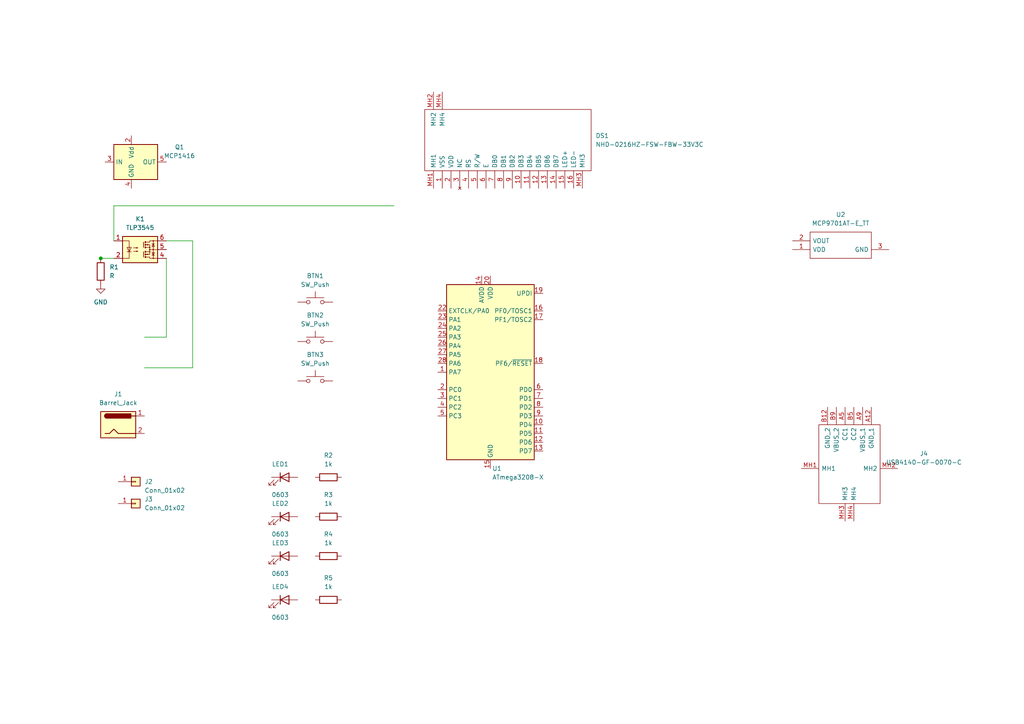
<source format=kicad_sch>
(kicad_sch (version 20211123) (generator eeschema)
  (paper "A4")
  (lib_symbols
    (symbol "Connector:Barrel_Jack" (pin_names (offset 1.016))
      (property "Reference" "J" (at 0 5.334 0))
      (property "Value" "Barrel_Jack" (at 0 -5.08 0))
      (symbol "Barrel_Jack_0_1"
        (rectangle (start -5.08 3.81) (end 5.08 -3.81) (stroke (width 0.254)) (fill (type background)))
        (arc (start -3.302 3.175) (mid -3.937 2.54) (end -3.302 1.905) (stroke (width 0.254)))
        (arc (start -3.302 3.175) (mid -3.937 2.54) (end -3.302 1.905) (stroke (width 0.254)) (fill (type outline)))
        (polyline (pts (xy 5.08 2.54) (xy 3.81 2.54)) (stroke (width 0.254)))
        (polyline (pts (xy -3.81 -2.54) (xy -2.54 -2.54) (xy -1.27 -1.27) (xy 0 -2.54) (xy 2.54 -2.54) (xy 5.08 -2.54)) (stroke (width 0.254)))
        (rectangle (start 3.683 3.175) (end -3.302 1.905) (stroke (width 0.254)) (fill (type outline)))
      )
      (symbol "Barrel_Jack_1_1"
        (pin passive line (at 7.62 2.54 180) (length 2.54) (name "~") (number "1"))
        (pin passive line (at 7.62 -2.54 180) (length 2.54) (name "~") (number "2"))
      )
    )
    (symbol "Connector_Generic:Conn_01x01" (pin_names (offset 1.016) hide)
      (property "Reference" "J" (at 0 2.54 0))
      (property "Value" "Conn_01x01" (at 0 -2.54 0))
      (symbol "Conn_01x01_1_1"
        (rectangle (start -1.27 0.127) (end 0 -0.127) (stroke (width 0.1524)))
        (rectangle (start -1.27 1.27) (end 1.27 -1.27) (stroke (width 0.254)) (fill (type background)))
        (pin passive line (at -5.08 0 0) (length 3.81) (name "Pin_1") (number "1"))
      )
    )
    (symbol "Device:LED" (pin_numbers hide) (pin_names (offset 1.016) hide)
      (property "Reference" "D" (at 0 2.54 0))
      (property "Value" "LED" (at 0 -2.54 0))
      (symbol "LED_0_1"
        (polyline (pts (xy -1.27 -1.27) (xy -1.27 1.27)) (stroke (width 0.254)))
        (polyline (pts (xy -1.27 0) (xy 1.27 0)))
        (polyline (pts (xy 1.27 -1.27) (xy 1.27 1.27) (xy -1.27 0) (xy 1.27 -1.27)) (stroke (width 0.254)))
        (polyline (pts (xy -3.048 -0.762) (xy -4.572 -2.286) (xy -3.81 -2.286) (xy -4.572 -2.286) (xy -4.572 -1.524)))
        (polyline (pts (xy -1.778 -0.762) (xy -3.302 -2.286) (xy -2.54 -2.286) (xy -3.302 -2.286) (xy -3.302 -1.524)))
      )
      (symbol "LED_1_1"
        (pin passive line (at -3.81 0 0) (length 2.54) (name "K") (number "1"))
        (pin passive line (at 3.81 0 180) (length 2.54) (name "A") (number "2"))
      )
    )
    (symbol "Device:R" (pin_numbers hide) (pin_names (offset 0))
      (property "Reference" "R" (at 2.032 0 90))
      (property "Value" "R" (at 0 0 90))
      (symbol "R_0_1"
        (rectangle (start -1.016 -2.54) (end 1.016 2.54) (stroke (width 0.254)))
      )
      (symbol "R_1_1"
        (pin passive line (at 0 3.81 270) (length 1.27) (name "~") (number "1"))
        (pin passive line (at 0 -3.81 90) (length 1.27) (name "~") (number "2"))
      )
    )
    (symbol "Driver_FET:MCP1416"
      (property "Reference" "U" (at -5.08 6.35 0))
      (property "Value" "MCP1416" (at 1.27 6.35 0))
      (symbol "MCP1416_0_1"
        (rectangle (start -5.08 5.08) (end 7.62 -5.08) (stroke (width 0.254)) (fill (type background)))
      )
      (symbol "MCP1416_1_1"
        (pin no_connect line (at 7.62 -2.54 180) (length 2.54) hide (name "NC") (number "1"))
        (pin power_in line (at 0 7.62 270) (length 2.54) (name "Vdd") (number "2"))
        (pin input line (at -7.62 0 0) (length 2.54) (name "IN") (number "3"))
        (pin power_in line (at 0 -7.62 90) (length 2.54) (name "GND") (number "4"))
        (pin output line (at 10.16 0 180) (length 2.54) (name "OUT") (number "5"))
      )
    )
    (symbol "MCU_Microchip_ATmega:ATmega3208-X"
      (property "Reference" "U" (at -12.7 26.67 0))
      (property "Value" "ATmega3208-X" (at 2.54 -26.67 0))
      (symbol "ATmega3208-X_0_1"
        (rectangle (start -12.7 -25.4) (end 12.7 25.4) (stroke (width 0.254)) (fill (type background)))
      )
      (symbol "ATmega3208-X_1_1"
        (pin bidirectional line (at 15.24 0 180) (length 2.54) (name "PA7") (number "1"))
        (pin bidirectional line (at -15.24 -15.24 0) (length 2.54) (name "PD4") (number "10"))
        (pin bidirectional line (at -15.24 -17.78 0) (length 2.54) (name "PD5") (number "11"))
        (pin bidirectional line (at -15.24 -20.32 0) (length 2.54) (name "PD6") (number "12"))
        (pin bidirectional line (at -15.24 -22.86 0) (length 2.54) (name "PD7") (number "13"))
        (pin power_in line (at 2.54 27.94 270) (length 2.54) (name "AVDD") (number "14"))
        (pin power_in line (at 0 -27.94 90) (length 2.54) (name "GND") (number "15"))
        (pin bidirectional line (at -15.24 17.78 0) (length 2.54) (name "PF0/TOSC1") (number "16"))
        (pin bidirectional line (at -15.24 15.24 0) (length 2.54) (name "PF1/TOSC2") (number "17"))
        (pin bidirectional line (at -15.24 2.54 0) (length 2.54) (name "PF6/~{RESET}") (number "18"))
        (pin bidirectional line (at -15.24 22.86 0) (length 2.54) (name "UPDI") (number "19"))
        (pin bidirectional line (at 15.24 -5.08 180) (length 2.54) (name "PC0") (number "2"))
        (pin power_in line (at 0 27.94 270) (length 2.54) (name "VDD") (number "20"))
        (pin passive line (at 0 -27.94 90) (length 2.54) hide (name "GND") (number "21"))
        (pin bidirectional line (at 15.24 17.78 180) (length 2.54) (name "EXTCLK/PA0") (number "22"))
        (pin bidirectional line (at 15.24 15.24 180) (length 2.54) (name "PA1") (number "23"))
        (pin bidirectional line (at 15.24 12.7 180) (length 2.54) (name "PA2") (number "24"))
        (pin bidirectional line (at 15.24 10.16 180) (length 2.54) (name "PA3") (number "25"))
        (pin bidirectional line (at 15.24 7.62 180) (length 2.54) (name "PA4") (number "26"))
        (pin bidirectional line (at 15.24 5.08 180) (length 2.54) (name "PA5") (number "27"))
        (pin bidirectional line (at 15.24 2.54 180) (length 2.54) (name "PA6") (number "28"))
        (pin bidirectional line (at 15.24 -7.62 180) (length 2.54) (name "PC1") (number "3"))
        (pin bidirectional line (at 15.24 -10.16 180) (length 2.54) (name "PC2") (number "4"))
        (pin bidirectional line (at 15.24 -12.7 180) (length 2.54) (name "PC3") (number "5"))
        (pin bidirectional line (at -15.24 -5.08 0) (length 2.54) (name "PD0") (number "6"))
        (pin bidirectional line (at -15.24 -7.62 0) (length 2.54) (name "PD1") (number "7"))
        (pin bidirectional line (at -15.24 -10.16 0) (length 2.54) (name "PD2") (number "8"))
        (pin bidirectional line (at -15.24 -12.7 0) (length 2.54) (name "PD3") (number "9"))
      )
    )
    (symbol "Relay_SolidState:TLP3545"
      (property "Reference" "U" (at -3.81 5.08 0))
      (property "Value" "TLP3545" (at -1.27 -5.08 0))
      (symbol "TLP3545_0_1"
        (rectangle (start -5.08 3.81) (end 5.08 -3.81) (stroke (width 0.254)) (fill (type background)))
        (polyline (pts (xy -3.81 -0.635) (xy -2.54 -0.635)))
        (polyline (pts (xy 1.016 -0.635) (xy 1.016 -2.159)) (stroke (width 0.2032)))
        (polyline (pts (xy 1.016 2.159) (xy 1.016 0.635)) (stroke (width 0.2032)))
        (polyline (pts (xy 1.524 -0.508) (xy 1.524 -0.762)) (stroke (width 0.3556)))
        (polyline (pts (xy 2.794 0) (xy 5.08 0)))
        (polyline (pts (xy 3.429 -1.651) (xy 4.191 -1.651)))
        (polyline (pts (xy 3.429 1.651) (xy 4.191 1.651)))
        (polyline (pts (xy 3.81 -2.54) (xy 3.81 2.54)))
        (polyline (pts (xy 1.524 -2.032) (xy 1.524 -2.286) (xy 1.524 -2.286)) (stroke (width 0.3556)))
        (polyline (pts (xy 1.524 -1.27) (xy 1.524 -1.524) (xy 1.524 -1.524)) (stroke (width 0.3556)))
        (polyline (pts (xy 1.524 0.762) (xy 1.524 0.508) (xy 1.524 0.508)) (stroke (width 0.3556)))
        (polyline (pts (xy 1.524 1.524) (xy 1.524 1.27) (xy 1.524 1.27)) (stroke (width 0.3556)))
        (polyline (pts (xy 1.524 2.286) (xy 1.524 2.032) (xy 1.524 2.032)) (stroke (width 0.3556)))
        (polyline (pts (xy 1.651 -1.397) (xy 2.794 -1.397) (xy 2.794 -0.635)))
        (polyline (pts (xy 1.651 1.397) (xy 2.794 1.397) (xy 2.794 0.635)))
        (polyline (pts (xy -5.08 2.54) (xy -3.175 2.54) (xy -3.175 -2.54) (xy -5.08 -2.54)))
        (polyline (pts (xy -3.175 -0.635) (xy -3.81 0.635) (xy -2.54 0.635) (xy -3.175 -0.635)))
        (polyline (pts (xy 1.651 -2.159) (xy 2.794 -2.159) (xy 2.794 -2.54) (xy 5.08 -2.54)))
        (polyline (pts (xy 1.651 -0.635) (xy 2.794 -0.635) (xy 2.794 0.635) (xy 1.651 0.635)))
        (polyline (pts (xy 1.651 2.159) (xy 2.794 2.159) (xy 2.794 2.54) (xy 5.08 2.54)))
        (polyline (pts (xy 1.778 -1.397) (xy 2.286 -1.27) (xy 2.286 -1.524) (xy 1.778 -1.397)))
        (polyline (pts (xy 1.778 1.397) (xy 2.286 1.524) (xy 2.286 1.27) (xy 1.778 1.397)))
        (polyline (pts (xy 3.81 -1.651) (xy 3.429 -0.889) (xy 4.191 -0.889) (xy 3.81 -1.651)))
        (polyline (pts (xy 3.81 1.651) (xy 3.429 0.889) (xy 4.191 0.889) (xy 3.81 1.651)))
        (polyline (pts (xy -1.905 -0.508) (xy -0.635 -0.508) (xy -1.016 -0.635) (xy -1.016 -0.381) (xy -0.635 -0.508)))
        (polyline (pts (xy -1.905 0.508) (xy -0.635 0.508) (xy -1.016 0.381) (xy -1.016 0.635) (xy -0.635 0.508)))
        (circle (center 2.794 -0.635) (radius 0.127))
        (circle (center 2.794 0) (radius 0.127))
        (circle (center 2.794 0.635) (radius 0.127))
        (circle (center 3.81 -2.54) (radius 0.127))
        (circle (center 3.81 0) (radius 0.127))
        (circle (center 3.81 2.54) (radius 0.127))
      )
      (symbol "TLP3545_1_1"
        (pin passive line (at -7.62 2.54 0) (length 2.54) (name "~") (number "1"))
        (pin passive line (at -7.62 -2.54 0) (length 2.54) (name "~") (number "2"))
        (pin no_connect line (at -5.08 0 0) (length 2.54) hide (name "~") (number "3"))
        (pin passive line (at 7.62 -2.54 180) (length 2.54) (name "~") (number "4"))
        (pin passive line (at 7.62 0 180) (length 2.54) (name "~") (number "5"))
        (pin passive line (at 7.62 2.54 180) (length 2.54) (name "~") (number "6"))
      )
    )
    (symbol "SamacSys:MCP9701AT-E_TT" (pin_names (offset 0.762))
      (property "Reference" "IC" (at 24.13 7.62 0))
      (property "Value" "MCP9701AT-E_TT" (at 24.13 5.08 0))
      (symbol "MCP9701AT-E_TT_0_0"
        (pin passive line (at 0 0 0) (length 5.08) (name "VDD") (number "1"))
        (pin passive line (at 0 -2.54 0) (length 5.08) (name "VOUT") (number "2"))
        (pin passive line (at 27.94 0 180) (length 5.08) (name "GND") (number "3"))
      )
      (symbol "MCP9701AT-E_TT_0_1"
        (polyline (pts (xy 5.08 2.54) (xy 22.86 2.54) (xy 22.86 -5.08) (xy 5.08 -5.08) (xy 5.08 2.54)) (stroke (width 0.1524)))
      )
    )
    (symbol "SamacSys:NHD-0216HZ-FSW-FBW-33V3C" (pin_names (offset 0.762))
      (property "Reference" "DS" (at 24.13 7.62 0))
      (property "Value" "NHD-0216HZ-FSW-FBW-33V3C" (at 24.13 5.08 0))
      (symbol "NHD-0216HZ-FSW-FBW-33V3C_0_0"
        (pin passive line (at 0 -2.54 0) (length 5.08) (name "VSS") (number "1"))
        (pin passive line (at 0 -25.4 0) (length 5.08) (name "DB3") (number "10"))
        (pin passive line (at 0 -27.94 0) (length 5.08) (name "DB4") (number "11"))
        (pin passive line (at 0 -30.48 0) (length 5.08) (name "DB5") (number "12"))
        (pin passive line (at 0 -33.02 0) (length 5.08) (name "DB6") (number "13"))
        (pin passive line (at 0 -35.56 0) (length 5.08) (name "DB7") (number "14"))
        (pin passive line (at 0 -38.1 0) (length 5.08) (name "LED+") (number "15"))
        (pin passive line (at 0 -40.64 0) (length 5.08) (name "LED-") (number "16"))
        (pin passive line (at 0 -5.08 0) (length 5.08) (name "VDD") (number "2"))
        (pin no_connect line (at 0 -7.62 0) (length 5.08) (name "NC") (number "3"))
        (pin passive line (at 0 -10.16 0) (length 5.08) (name "RS") (number "4"))
        (pin passive line (at 0 -12.7 0) (length 5.08) (name "R/W") (number "5"))
        (pin passive line (at 0 -15.24 0) (length 5.08) (name "E") (number "6"))
        (pin passive line (at 0 -17.78 0) (length 5.08) (name "DB0") (number "7"))
        (pin passive line (at 0 -20.32 0) (length 5.08) (name "DB1") (number "8"))
        (pin passive line (at 0 -22.86 0) (length 5.08) (name "DB2") (number "9"))
        (pin passive line (at 0 0 0) (length 5.08) (name "MH1") (number "MH1"))
        (pin passive line (at 27.94 0 180) (length 5.08) (name "MH2") (number "MH2"))
        (pin passive line (at 0 -43.18 0) (length 5.08) (name "MH3") (number "MH3"))
        (pin passive line (at 27.94 -2.54 180) (length 5.08) (name "MH4") (number "MH4"))
      )
      (symbol "NHD-0216HZ-FSW-FBW-33V3C_0_1"
        (polyline (pts (xy 5.08 2.54) (xy 22.86 2.54) (xy 22.86 -45.72) (xy 5.08 -45.72) (xy 5.08 2.54)) (stroke (width 0.1524)))
      )
    )
    (symbol "SamacSys:USB4140-GF-0070-C" (pin_names (offset 0.762))
      (property "Reference" "J" (at 24.13 17.78 0))
      (property "Value" "USB4140-GF-0070-C" (at 24.13 15.24 0))
      (symbol "USB4140-GF-0070-C_0_0"
        (pin passive line (at 20.32 17.78 270) (length 5.08) (name "GND_1") (number "A12"))
        (pin passive line (at 12.7 17.78 270) (length 5.08) (name "CC1") (number "A5"))
        (pin passive line (at 17.78 17.78 270) (length 5.08) (name "VBUS_1") (number "A9"))
        (pin passive line (at 7.62 17.78 270) (length 5.08) (name "GND_2") (number "B12"))
        (pin passive line (at 15.24 17.78 270) (length 5.08) (name "CC2") (number "B5"))
        (pin passive line (at 10.16 17.78 270) (length 5.08) (name "VBUS_2") (number "B9"))
        (pin passive line (at 0 0 0) (length 5.08) (name "MH1") (number "MH1"))
        (pin passive line (at 27.94 0 180) (length 5.08) (name "MH2") (number "MH2"))
        (pin passive line (at 12.7 -15.24 90) (length 5.08) (name "MH3") (number "MH3"))
        (pin passive line (at 15.24 -15.24 90) (length 5.08) (name "MH4") (number "MH4"))
      )
      (symbol "USB4140-GF-0070-C_0_1"
        (polyline (pts (xy 5.08 12.7) (xy 22.86 12.7) (xy 22.86 -10.16) (xy 5.08 -10.16) (xy 5.08 12.7)) (stroke (width 0.1524)))
      )
    )
    (symbol "Switch:SW_Push" (pin_numbers hide) (pin_names (offset 1.016) hide)
      (property "Reference" "SW" (at 1.27 2.54 0))
      (property "Value" "SW_Push" (at 0 -1.524 0))
      (symbol "SW_Push_0_1"
        (circle (center -2.032 0) (radius 0.508))
        (polyline (pts (xy 0 1.27) (xy 0 3.048)))
        (polyline (pts (xy 2.54 1.27) (xy -2.54 1.27)))
        (circle (center 2.032 0) (radius 0.508))
        (pin passive line (at -5.08 0 0) (length 2.54) (name "1") (number "1"))
        (pin passive line (at 5.08 0 180) (length 2.54) (name "2") (number "2"))
      )
    )
    (symbol "power:GND" (power) (pin_names (offset 0))
      (property "Value" "GND" (at 0 -3.81 0))
      (symbol "GND_0_1"
        (polyline (pts (xy 0 0) (xy 0 -1.27) (xy 1.27 -1.27) (xy 0 -2.54) (xy -1.27 -1.27) (xy 0 -1.27)))
      )
      (symbol "GND_1_1"
        (pin power_in line (at 0 0 270) (length 0) hide (name "GND") (number "1"))
      )
    )
  )
  (junction (at 29.21 74.93))
  (wire (pts (xy 55.88 69.85) (xy 55.88 106.68)))
  (wire (pts (xy 48.26 97.79) (xy 41.91 97.79)))
  (wire (pts (xy 48.26 69.85) (xy 55.88 69.85)))
  (wire (pts (xy 33.02 74.93) (xy 29.21 74.93)))
  (wire (pts (xy 55.88 106.68) (xy 41.91 106.68)))
  (wire (pts (xy 29.21 74.93) (xy 29.21 76.2)))
  (wire (pts (xy 33.02 59.69) (xy 114.3 59.69)))
  (wire (pts (xy 33.02 69.85) (xy 33.02 59.69)))
  (wire (pts (xy 48.26 74.93) (xy 48.26 97.79)))
  (symbol (lib_id "Device:LED") (at 82.55 161.29 0) (unit 1)
    (property "Reference" "LED3" (at 81.28 157.48 0))
    (property "Value" "0603" (at 81.28 166.37 0))
    (property "Footprint" "LED_THT:LED_D3.0mm" (effects hide))
  )
  (symbol (lib_id "power:GND") (at 29.21 82.55 0) (unit 1)
    (property "Reference" "#PWR01" (effects hide))
    (property "Value" "GND" (at 29.21 87.63 0))
  )
  (symbol (lib_id "Relay_SolidState:TLP3545") (at 40.64 72.39 0) (unit 1)
    (property "Reference" "K1" (at 40.64 63.5 0))
    (property "Value" "TLP3545" (at 40.64 66.04 0))
    (property "Footprint" "Package_DIP:DIP-6_W7.62mm" (effects hide))
    (property "Datasheet" "https://toshiba.semicon-storage.com/info/docget.jsp?did=12663&prodName=TLP3545" (effects hide))
  )
  (symbol (lib_id "Device:R") (at 95.25 161.29 90) (unit 1)
    (property "Reference" "R4" (at 95.25 154.94 90))
    (property "Value" "1k" (at 95.25 157.48 90))
    (property "Footprint" "Resistor_SMD:R_0603_1608Metric_Pad0.98x0.95mm_HandSolder" (effects hide))
  )
  (symbol (lib_id "Driver_FET:MCP1416") (at 38.1 46.99 0) (unit 1)
    (property "Reference" "Q1" (at 52.07 42.6593 0))
    (property "Value" "MCP1416" (at 52.07 45.1993 0))
    (property "Footprint" "Package_TO_SOT_SMD:SOT-23-5" (effects hide))
    (property "Datasheet" "http://ww1.microchip.com/downloads/en/DeviceDoc/20002092F.pdf" (effects hide))
  )
  (symbol (lib_id "Switch:SW_Push") (at 91.44 99.06 0) (unit 1)
    (property "Reference" "BTN2" (at 91.44 91.44 0))
    (property "Value" "SW_Push" (at 91.44 93.98 0))
    (property "Footprint" "Button_Switch_THT:SW_PUSH_6mm" (effects hide))
  )
  (symbol (lib_id "Device:R") (at 95.25 138.43 90) (unit 1)
    (property "Reference" "R2" (at 95.25 132.08 90))
    (property "Value" "1k" (at 95.25 134.62 90))
    (property "Footprint" "Resistor_SMD:R_0603_1608Metric_Pad0.98x0.95mm_HandSolder" (effects hide))
  )
  (symbol (lib_id "Switch:SW_Push") (at 91.44 110.49 0) (unit 1)
    (property "Reference" "BTN3" (at 91.44 102.87 0))
    (property "Value" "SW_Push" (at 91.44 105.41 0))
    (property "Footprint" "Button_Switch_THT:SW_PUSH_6mm" (effects hide))
  )
  (symbol (lib_id "Device:R") (at 95.25 173.99 90) (unit 1)
    (property "Reference" "R5" (at 95.25 167.64 90))
    (property "Value" "1k" (at 95.25 170.18 90))
    (property "Footprint" "Resistor_SMD:R_0603_1608Metric_Pad0.98x0.95mm_HandSolder" (effects hide))
  )
  (symbol (lib_id "Device:R") (at 29.21 78.74 0) (unit 1)
    (property "Reference" "R1" (at 31.75 77.4699 0) (effects (justify left)))
    (property "Value" "R" (at 31.75 80.0099 0) (effects (justify left)))
  )
  (symbol (lib_id "Device:LED") (at 82.55 138.43 0) (unit 1)
    (property "Reference" "LED1" (at 81.28 134.62 0))
    (property "Value" "0603" (at 81.28 143.51 0))
    (property "Footprint" "LED_THT:LED_D3.0mm" (effects hide))
  )
  (symbol (lib_id "Connector:Barrel_Jack") (at 34.29 123.19 0) (unit 1)
    (property "Reference" "J1" (at 34.29 114.3 0))
    (property "Value" "Barrel_Jack" (at 34.29 116.84 0))
  )
  (symbol (lib_id "Device:LED") (at 82.55 173.99 0) (unit 1)
    (property "Reference" "LED4" (at 81.28 170.18 0))
    (property "Value" "0603" (at 81.28 179.07 0))
    (property "Footprint" "LED_THT:LED_D3.0mm" (effects hide))
  )
  (symbol (lib_id "Connector_Generic:Conn_01x01") (at 39.37 139.7 0) (unit 1)
    (property "Reference" "J2" (at 41.91 139.6999 0) (effects (justify left)))
    (property "Value" "Conn_01x02" (at 41.91 142.2399 0) (effects (justify left)))
    (property "Footprint" "Connector_Pin:Pin_D1.3mm_L11.0mm_LooseFit" (effects hide))
  )
  (symbol (lib_id "Switch:SW_Push") (at 91.44 87.63 0) (unit 1)
    (property "Reference" "BTN1" (at 91.44 80.01 0))
    (property "Value" "SW_Push" (at 91.44 82.55 0))
    (property "Footprint" "Button_Switch_THT:SW_PUSH_6mm" (effects hide))
  )
  (symbol (lib_id "Device:R") (at 95.25 149.86 90) (unit 1)
    (property "Reference" "R3" (at 95.25 143.51 90))
    (property "Value" "1k" (at 95.25 146.05 90))
    (property "Footprint" "Resistor_SMD:R_0603_1608Metric_Pad0.98x0.95mm_HandSolder" (effects hide))
  )
  (symbol (lib_id "MCU_Microchip_ATmega:ATmega3208-X") (at 142.24 107.95 0) (mirror y) (unit 1)
    (property "Reference" "U1" (at 142.7606 135.89 0) (effects (justify right)))
    (property "Value" "ATmega3208-X" (at 142.7606 138.43 0) (effects (justify right)))
    (property "Footprint" "Package_SO:SSOP-28_5.3x10.2mm_P0.65mm" (effects hide))
    (property "Datasheet" "http://ww1.microchip.com/downloads/en/DeviceDoc/40002018A.pdf" (effects hide))
  )
  (symbol (lib_id "SamacSys:NHD-0216HZ-FSW-FBW-33V3C") (at 125.73 54.61 90) (unit 1)
    (property "Reference" "DS1" (at 172.72 39.3699 90) (effects (justify right)))
    (property "Value" "NHD-0216HZ-FSW-FBW-33V3C" (at 172.72 41.9099 90) (effects (justify right)))
    (property "Footprint" "SamacSys:NHD0216HZFSWFBW33V3C" (effects hide))
    (property "Datasheet" "https://datasheet.datasheetarchive.com/originals/distributors/DKDS-17/332304.pdf" (effects hide))
    (property "Description" "LCD Character Display Modules & Accessories FSTN-Wht Transfl 65.5 x 36.7" (effects hide))
    (property "Height" "10.7" (effects hide))
    (property "Manufacturer_Name" "Newhaven Display" (effects hide))
    (property "Manufacturer_Part_Number" "NHD-0216HZ-FSW-FBW-33V3C" (effects hide))
    (property "Mouser Part Number" "763-0216HZFSWFBW33V3" (effects hide))
    (property "Mouser Price/Stock" "https://www.mouser.co.uk/ProductDetail/Newhaven-Display/NHD-0216HZ-FSW-FBW-33V3C?qs=G49gCGQm93iabzPa0D6qJA%3D%3D" (effects hide))
  )
  (symbol (lib_id "Device:LED") (at 82.55 149.86 0) (unit 1)
    (property "Reference" "LED2" (at 81.28 146.05 0))
    (property "Value" "0603" (at 81.28 154.94 0))
    (property "Footprint" "LED_THT:LED_D3.0mm" (effects hide))
  )
  (symbol (lib_id "Connector_Generic:Conn_01x01") (at 39.37 146.05 0) (unit 1)
    (property "Reference" "J3" (at 41.91 144.7799 0) (effects (justify left)))
    (property "Value" "Conn_01x02" (at 41.91 147.3199 0) (effects (justify left)))
    (property "Footprint" "Connector_Pin:Pin_D1.3mm_L11.0mm_LooseFit" (effects hide))
  )
  (symbol (lib_id "SamacSys:USB4140-GF-0070-C") (at 232.41 135.89 0) (unit 1)
    (property "Reference" "J4" (at 267.97 131.5593 0))
    (property "Value" "USB4140-GF-0070-C" (at 267.97 134.0993 0))
    (property "Footprint" "SamacSys:USB4140GF0070C" (effects hide))
    (property "Datasheet" "https://gct.co/files/drawings/usb4140.pdf?v=497efcde-01c1-4614-ade4-1b2d7a03c886" (effects hide))
    (property "Description" "USB Connectors USB C Rec GF Vert 6P SMT 0.7mm TH stakes H 6.5mm" (effects hide))
    (property "Height" "6.7" (effects hide))
    (property "Mouser Part Number" "640-USB4140-GF-0070C" (effects hide))
    (property "Mouser Price/Stock" "https://www.mouser.co.uk/ProductDetail/GCT/USB4140-GF-0070-C?qs=Li%252BoUPsLEnvSB5aSpvSBUA%3D%3D" (effects hide))
    (property "Manufacturer_Name" "GCT (GLOBAL CONNECTOR TECHNOLOGY)" (effects hide))
    (property "Manufacturer_Part_Number" "USB4140-GF-0070-C" (effects hide))
  )
  (symbol (lib_id "SamacSys:MCP9701AT-E_TT") (at 229.87 72.39 0) (mirror x) (unit 1)
    (property "Reference" "U2" (at 243.84 62.23 0))
    (property "Value" "MCP9701AT-E_TT" (at 243.84 64.77 0))
    (property "Footprint" "SamacSys:SOT95P237X112-3N" (effects hide))
    (property "Datasheet" "http://ww1.microchip.com/downloads/en/DeviceDoc/20001942G.pdf" (effects hide))
    (property "Description" "Temperature sensor, -40 to +125 degC Microchip MCP9701AT-E/TT Temperature Sensor, -40  +125 C, 3-Pin SOT-23" (effects hide))
    (property "Height" "1.12" (effects hide))
    (property "Mouser Part Number" "579-MCP9701AT-E/TT" (effects hide))
    (property "Mouser Price/Stock" "https://www.mouser.co.uk/ProductDetail/Microchip-Technology/MCP9701AT-E-TT?qs=yUQqVecv4qtCeX8rF6YxaA%3D%3D" (effects hide))
    (property "Manufacturer_Name" "Microchip" (effects hide))
    (property "Manufacturer_Part_Number" "MCP9701AT-E/TT" (effects hide))
  )
)
</source>
